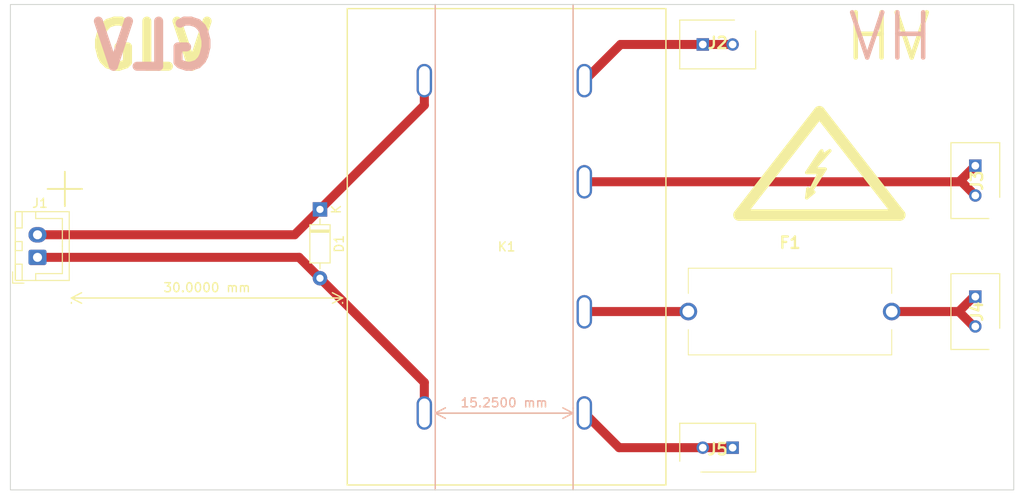
<source format=kicad_pcb>
(kicad_pcb (version 20221018) (generator pcbnew)
  (layers (0 "F.Cu" signal) (31 "B.Cu" signal) (34 "B.Paste" user) (35 "F.Paste" user) (36 "B.SilkS" user "B.Silkscreen") (37 "F.SilkS" user "F.Silkscreen") (38 "B.Mask" user) (39 "F.Mask" user) (44 "Edge.Cuts" user))
  (net 0 "")
  (net 1 "Net-(D1-K)")
  (net 2 "Net-(D1-A)")
  (net 3 "Net-(F1-+)")
  (net 4 "Net-(F1--)")
  (net 5 "Net-(J2-Pin_1)")
  (net 6 "Net-(J3-Pin_1)")
  (net 7 "Net-(J5-Pin_1)")
  (footprint "SamacSys_Parts:DF33C2P33DSA24" (layer "F.Cu") (at 156.5 102.85 -90)
    (fp_text reference "J4" (at 1.65 -0.175 90) (layer "F.SilkS") (effects (font (size 1.27 1.27) (thickness 0.254))))
    (fp_text value "DCDC+" hide)
    (fp_line (start -2.55 -2.7) (end -2.55 -2.7) (stroke (width 0.1)) (layer "F.SilkS"))
    (fp_line (start -2.55 -2.7) (end -2.55 -2.7) (stroke (width 0.1)) (layer "F.SilkS"))
    (fp_line (start -2.55 -2.7) (end -2.55 2.7) (stroke (width 0.1)) (layer "F.SilkS"))
    (fp_line (start -2.55 -2.7) (end 3.5 -2.7) (stroke (width 0.1)) (layer "F.SilkS"))
    (fp_line (start -2.55 2.7) (end -2.55 -2.7) (stroke (width 0.1)) (layer "F.SilkS"))
    (fp_line (start -2.55 2.7) (end -2.55 2.7) (stroke (width 0.1)) (layer "F.SilkS"))
    (fp_line (start -2.55 2.7) (end -2.55 2.7) (stroke (width 0.1)) (layer "F.SilkS"))
    (fp_line (start -2.55 2.7) (end 5.85 2.7) (stroke (width 0.1)) (layer "F.SilkS"))
    (fp_line (start 3.5 -2.7) (end -2.55 -2.7) (stroke (width 0.1)) (layer "F.SilkS"))
    (fp_line (start 3.5 -2.7) (end 3.5 -2.7) (stroke (width 0.1)) (layer "F.SilkS"))
    (fp_line (start 5.85 -1.5) (end 5.85 -1.5) (stroke (width 0.1)) (layer "F.SilkS"))
    (fp_line (start 5.85 -1.5) (end 5.85 2.7) (stroke (width 0.1)) (layer "F.SilkS"))
    (fp_line (start 5.85 2.7) (end -2.55 2.7) (stroke (width 0.1)) (layer "F.SilkS"))
    (fp_line (start 5.85 2.7) (end 5.85 -1.5) (stroke (width 0.1)) (layer "F.SilkS"))
    (fp_line (start 5.85 2.7) (end 5.85 2.7) (stroke (width 0.1)) (layer "F.SilkS"))
    (fp_line (start 5.85 2.7) (end 5.85 2.7) (stroke (width 0.1)) (layer "F.SilkS"))
    (pad "" np_thru_hole circle (at 4.85 -2.35 270) (size 1.4 1.4) (drill 1.4) (layers "*.Cu" "*.Mask"))
    (pad "1" thru_hole rect (at 0 0 270) (size 1.381 1.381) (drill 0.85) (layers "*.Cu" "*.Mask") (net 4 "Net-(F1--)"))
    (pad "2" thru_hole circle (at 3.3 0 270) (size 1.381 1.381) (drill 0.85) (layers "*.Cu" "*.Mask") (net 4 "Net-(F1--)"))
  )
  (footprint "SamacSys_Parts:DF33C2P33DSA24" (layer "F.Cu") (at 129.65 119.575 180)
    (fp_text reference "J5" (at 1.65 -0.175) (layer "F.SilkS") (effects (font (size 1.27 1.27) (thickness 0.254))))
    (fp_text value "HV+" hide)
    (fp_line (start -2.55 -2.7) (end -2.55 -2.7) (stroke (width 0.1)) (layer "F.SilkS"))
    (fp_line (start -2.55 -2.7) (end -2.55 -2.7) (stroke (width 0.1)) (layer "F.SilkS"))
    (fp_line (start -2.55 -2.7) (end -2.55 2.7) (stroke (width 0.1)) (layer "F.SilkS"))
    (fp_line (start -2.55 -2.7) (end 3.5 -2.7) (stroke (width 0.1)) (layer "F.SilkS"))
    (fp_line (start -2.55 2.7) (end -2.55 -2.7) (stroke (width 0.1)) (layer "F.SilkS"))
    (fp_line (start -2.55 2.7) (end -2.55 2.7) (stroke (width 0.1)) (layer "F.SilkS"))
    (fp_line (start -2.55 2.7) (end -2.55 2.7) (stroke (width 0.1)) (layer "F.SilkS"))
    (fp_line (start -2.55 2.7) (end 5.85 2.7) (stroke (width 0.1)) (layer "F.SilkS"))
    (fp_line (start 3.5 -2.7) (end -2.55 -2.7) (stroke (width 0.1)) (layer "F.SilkS"))
    (fp_line (start 3.5 -2.7) (end 3.5 -2.7) (stroke (width 0.1)) (layer "F.SilkS"))
    (fp_line (start 5.85 -1.5) (end 5.85 -1.5) (stroke (width 0.1)) (layer "F.SilkS"))
    (fp_line (start 5.85 -1.5) (end 5.85 2.7) (stroke (width 0.1)) (layer "F.SilkS"))
    (fp_line (start 5.85 2.7) (end -2.55 2.7) (stroke (width 0.1)) (layer "F.SilkS"))
    (fp_line (start 5.85 2.7) (end 5.85 -1.5) (stroke (width 0.1)) (layer "F.SilkS"))
    (fp_line (start 5.85 2.7) (end 5.85 2.7) (stroke (width 0.1)) (layer "F.SilkS"))
    (fp_line (start 5.85 2.7) (end 5.85 2.7) (stroke (width 0.1)) (layer "F.SilkS"))
    (pad "" np_thru_hole circle (at 4.85 -2.35 180) (size 1.4 1.4) (drill 1.4) (layers "*.Cu" "*.Mask"))
    (pad "1" thru_hole rect (at 0 0 180) (size 1.381 1.381) (drill 0.85) (layers "*.Cu" "*.Mask") (net 7 "Net-(J5-Pin_1)"))
    (pad "2" thru_hole circle (at 3.3 0 180) (size 1.381 1.381) (drill 0.85) (layers "*.Cu" "*.Mask") (net 7 "Net-(J5-Pin_1)"))
  )
  (footprint "Personal:Symbol_Highvoltage_Type2_CopperTop_Small" (layer "F.Cu") (at 139.25 90)
    (fp_text reference "REF**" hide)
    (fp_text value "Symbol_Highvoltage_Type2_CopperTop_Small")
    (fp_line (start -8.89 3.81) (end 0 -7.62) (stroke (width 1.27)) (layer "F.SilkS"))
    (fp_line (start -1.397 -0.889) (end 0 -0.889) (stroke (width 0.381)) (layer "F.SilkS"))
    (fp_line (start -1.397 1.905) (end -0.635 1.27) (stroke (width 0.381)) (layer "F.SilkS"))
    (fp_line (start -1.27 0.889) (end -1.397 1.905) (stroke (width 0.381)) (layer "F.SilkS"))
    (fp_line (start -1.143 1.397) (end -1.27 0.889) (stroke (width 0.381)) (layer "F.SilkS"))
    (fp_line (start -1.143 1.524) (end 0.635 -1.27) (stroke (width 0.381)) (layer "F.SilkS"))
    (fp_line (start -1.016 -1.016) (end 0.254 -1.016) (stroke (width 0.381)) (layer "F.SilkS"))
    (fp_line (start -0.635 -1.27) (end 1.143 -3.302) (stroke (width 0.381)) (layer "F.SilkS"))
    (fp_line (start -0.635 1.27) (end -1.143 1.524) (stroke (width 0.381)) (layer "F.SilkS"))
    (fp_line (start 0 -7.62) (end 8.89 3.81) (stroke (width 1.27)) (layer "F.SilkS"))
    (fp_line (start 0 -0.889) (end -1.143 1.397) (stroke (width 0.381)) (layer "F.SilkS"))
    (fp_line (start 0.127 -3.175) (end -1.397 -0.889) (stroke (width 0.381)) (layer "F.SilkS"))
    (fp_line (start 0.381 -2.921) (end -1.016 -1.016) (stroke (width 0.381)) (layer "F.SilkS"))
    (fp_line (start 0.381 -2.794) (end 0.254 -3.302) (stroke (width 0.381)) (layer "F.SilkS"))
    (fp_line (start 0.635 -1.27) (end -0.635 -1.27) (stroke (width 0.381)) (layer "F.SilkS"))
    (fp_line (start 1.143 -3.302) (end 0.381 -2.794) (stroke (width 0.381)) (layer "F.SilkS"))
    (fp_line (start 8.89 3.81) (end -8.89 3.81) (stroke (width 1.27)) (layer "F.SilkS"))
  )
  (footprint "SamacSys_Parts:65600001009" (layer "F.Cu") (at 136 104.5)
    (fp_text reference "F1" (at 0 -7.62) (layer "F.SilkS") (effects (font (size 1.27 1.27) (thickness 0.254))))
    (fp_text value "F" hide)
    (fp_line (start -11.25 -4.8) (end 11.25 -4.8) (stroke (width 0.1)) (layer "F.SilkS"))
    (fp_line (start -11.25 -2) (end -11.25 -4.8) (stroke (width 0.1)) (layer "F.SilkS"))
    (fp_line (start -11.25 2) (end -11.25 4.8) (stroke (width 0.1)) (layer "F.SilkS"))
    (fp_line (start -11.25 4.8) (end 11.25 4.8) (stroke (width 0.1)) (layer "F.SilkS"))
    (fp_line (start 11.25 -4.8) (end 11.25 -2) (stroke (width 0.1)) (layer "F.SilkS"))
    (fp_line (start 11.25 4.8) (end 11.25 2) (stroke (width 0.1)) (layer "F.SilkS"))
    (pad "" np_thru_hole circle (at 0 0) (size 2.7 2.7) (drill 2.7) (layers "F&B.Cu" "*.Mask"))
    (pad "1" thru_hole circle (at -11.25 0) (size 1.95 1.95) (drill 1.3) (layers "*.Cu" "*.Mask") (net 3 "Net-(F1-+)"))
    (pad "2" thru_hole circle (at 11.25 0) (size 1.95 1.95) (drill 1.3) (layers "*.Cu" "*.Mask") (net 4 "Net-(F1--)"))
  )
  (footprint "MountingHole:MountingHole_4.3mm_M4_DIN965" (layer "F.Cu") (at 156.75 74.5)
    (fp_text reference "H3" hide)
    (fp_text value "MountingHole")
    (pad "" np_thru_hole circle (at 0 0) (size 4.3 4.3) (drill 4.3) (layers "*.Cu" "*.Mask"))
  )
  (footprint "MountingHole:MountingHole_4.3mm_M4_DIN965" (layer "F.Cu") (at 156.75 120)
    (fp_text reference "H4" hide)
    (fp_text value "MountingHole")
    (pad "" np_thru_hole circle (at 0 0) (size 4.3 4.3) (drill 4.3) (layers "*.Cu" "*.Mask"))
  )
  (footprint "Connector_JST:JST_XH_B2B-XH-A_1x02_P2.50mm_Vertical" (layer "F.Cu") (at 52.75 98.5 90)
    (fp_text reference "J1" (at 6 0.275 180) (layer "F.SilkS"))
    (fp_text value "DCDC_CTRL")
    (fp_line (start -2.85 -2.75) (end -2.85 -1.5) (stroke (width 0.12)) (layer "F.SilkS"))
    (fp_line (start -2.56 -2.46) (end -2.56 3.51) (stroke (width 0.12)) (layer "F.SilkS"))
    (fp_line (start -2.56 3.51) (end 5.06 3.51) (stroke (width 0.12)) (layer "F.SilkS"))
    (fp_line (start -2.55 -2.45) (end -2.55 -1.7) (stroke (width 0.12)) (layer "F.SilkS"))
    (fp_line (start -2.55 -1.7) (end -0.75 -1.7) (stroke (width 0.12)) (layer "F.SilkS"))
    (fp_line (start -2.55 -0.2) (end -1.8 -0.2) (stroke (width 0.12)) (layer "F.SilkS"))
    (fp_line (start -1.8 -0.2) (end -1.8 2.75) (stroke (width 0.12)) (layer "F.SilkS"))
    (fp_line (start -1.8 2.75) (end 1.25 2.75) (stroke (width 0.12)) (layer "F.SilkS"))
    (fp_line (start -1.6 -2.75) (end -2.85 -2.75) (stroke (width 0.12)) (layer "F.SilkS"))
    (fp_line (start -0.75 -2.45) (end -2.55 -2.45) (stroke (width 0.12)) (layer "F.SilkS"))
    (fp_line (start -0.75 -1.7) (end -0.75 -2.45) (stroke (width 0.12)) (layer "F.SilkS"))
    (fp_line (start 0.75 -2.45) (end 0.75 -1.7) (stroke (width 0.12)) (layer "F.SilkS"))
    (fp_line (start 0.75 -1.7) (end 1.75 -1.7) (stroke (width 0.12)) (layer "F.SilkS"))
    (fp_line (start 1.75 -2.45) (end 0.75 -2.45) (stroke (width 0.12)) (layer "F.SilkS"))
    (fp_line (start 1.75 -1.7) (end 1.75 -2.45) (stroke (width 0.12)) (layer "F.SilkS"))
    (fp_line (start 3.25 -2.45) (end 3.25 -1.7) (stroke (width 0.12)) (layer "F.SilkS"))
    (fp_line (start 3.25 -1.7) (end 5.05 -1.7) (stroke (width 0.12)) (layer "F.SilkS"))
    (fp_line (start 4.3 -0.2) (end 4.3 2.75) (stroke (width 0.12)) (layer "F.SilkS"))
    (fp_line (start 4.3 2.75) (end 1.25 2.75) (stroke (width 0.12)) (layer "F.SilkS"))
    (fp_line (start 5.05 -2.45) (end 3.25 -2.45) (stroke (width 0.12)) (layer "F.SilkS"))
    (fp_line (start 5.05 -1.7) (end 5.05 -2.45) (stroke (width 0.12)) (layer "F.SilkS"))
    (fp_line (start 5.05 -0.2) (end 4.3 -0.2) (stroke (width 0.12)) (layer "F.SilkS"))
    (fp_line (start 5.06 -2.46) (end -2.56 -2.46) (stroke (width 0.12)) (layer "F.SilkS"))
    (fp_line (start 5.06 3.51) (end 5.06 -2.46) (stroke (width 0.12)) (layer "F.SilkS"))
    (pad "1" thru_hole roundrect (at 0 0 90) (size 1.7 2) (drill 1) (layers "*.Cu" "*.Mask") (roundrect_rratio 0.147059) (net 2 "Net-(D1-A)"))
    (pad "2" thru_hole oval (at 2.5 0 90) (size 1.7 2) (drill 1) (layers "*.Cu" "*.Mask") (net 1 "Net-(D1-K)"))
  )
  (footprint "SamacSys_Parts:DF33C2P33DSA24" (layer "F.Cu") (at 156.5 88.35 -90)
    (fp_text reference "J3" (at 1.65 -0.175 90) (layer "F.SilkS") (effects (font (size 1.27 1.27) (thickness 0.254))))
    (fp_text value "DCDC-" hide)
    (fp_line (start -2.55 -2.7) (end -2.55 -2.7) (stroke (width 0.1)) (layer "F.SilkS"))
    (fp_line (start -2.55 -2.7) (end -2.55 -2.7) (stroke (width 0.1)) (layer "F.SilkS"))
    (fp_line (start -2.55 -2.7) (end -2.55 2.7) (stroke (width 0.1)) (layer "F.SilkS"))
    (fp_line (start -2.55 -2.7) (end 3.5 -2.7) (stroke (width 0.1)) (layer "F.SilkS"))
    (fp_line (start -2.55 2.7) (end -2.55 -2.7) (stroke (width 0.1)) (layer "F.SilkS"))
    (fp_line (start -2.55 2.7) (end -2.55 2.7) (stroke (width 0.1)) (layer "F.SilkS"))
    (fp_line (start -2.55 2.7) (end -2.55 2.7) (stroke (width 0.1)) (layer "F.SilkS"))
    (fp_line (start -2.55 2.7) (end 5.85 2.7) (stroke (width 0.1)) (layer "F.SilkS"))
    (fp_line (start 3.5 -2.7) (end -2.55 -2.7) (stroke (width 0.1)) (layer "F.SilkS"))
    (fp_line (start 3.5 -2.7) (end 3.5 -2.7) (stroke (width 0.1)) (layer "F.SilkS"))
    (fp_line (start 5.85 -1.5) (end 5.85 -1.5) (stroke (width 0.1)) (layer "F.SilkS"))
    (fp_line (start 5.85 -1.5) (end 5.85 2.7) (stroke (width 0.1)) (layer "F.SilkS"))
    (fp_line (start 5.85 2.7) (end -2.55 2.7) (stroke (width 0.1)) (layer "F.SilkS"))
    (fp_line (start 5.85 2.7) (end 5.85 -1.5) (stroke (width 0.1)) (layer "F.SilkS"))
    (fp_line (start 5.85 2.7) (end 5.85 2.7) (stroke (width 0.1)) (layer "F.SilkS"))
    (fp_line (start 5.85 2.7) (end 5.85 2.7) (stroke (width 0.1)) (layer "F.SilkS"))
    (pad "" np_thru_hole circle (at 4.85 -2.35 270) (size 1.4 1.4) (drill 1.4) (layers "*.Cu" "*.Mask"))
    (pad "1" thru_hole rect (at 0 0 270) (size 1.381 1.381) (drill 0.85) (layers "*.Cu" "*.Mask") (net 6 "Net-(J3-Pin_1)"))
    (pad "2" thru_hole circle (at 3.3 0 270) (size 1.381 1.381) (drill 0.85) (layers "*.Cu" "*.Mask") (net 6 "Net-(J3-Pin_1)"))
  )
  (footprint "MountingHole:MountingHole_4.3mm_M4_DIN965" (layer "F.Cu") (at 53.75 120.25)
    (fp_text reference "H2" hide)
    (fp_text value "MountingHole")
    (pad "" np_thru_hole circle (at 0 0) (size 4.3 4.3) (drill 4.3) (layers "*.Cu" "*.Mask"))
  )
  (footprint "MountingHole:MountingHole_4.3mm_M4_DIN965" (layer "F.Cu") (at 53.75 74.5)
    (fp_text reference "H1" hide)
    (fp_text value "MountingHole")
    (pad "" np_thru_hole circle (at 0 0) (size 4.3 4.3) (drill 4.3) (layers "*.Cu" "*.Mask"))
  )
  (footprint "Diode_THT:D_DO-35_SOD27_P7.62mm_Horizontal" (layer "F.Cu") (at 84 93.19 -90)
    (fp_text reference "D1" (at 3.81 -2.12 90) (layer "F.SilkS"))
    (fp_text value "1N4148")
    (fp_text user "K" (at 0 -1.8 90) (layer "F.SilkS"))
    (fp_line (start 1.04 0) (end 1.69 0) (stroke (width 0.12)) (layer "F.SilkS"))
    (fp_line (start 1.69 -1.12) (end 1.69 1.12) (stroke (width 0.12)) (layer "F.SilkS"))
    (fp_line (start 1.69 1.12) (end 5.93 1.12) (stroke (width 0.12)) (layer "F.SilkS"))
    (fp_line (start 2.29 -1.12) (end 2.29 1.12) (stroke (width 0.12)) (layer "F.SilkS"))
    (fp_line (start 2.41 -1.12) (end 2.41 1.12) (stroke (width 0.12)) (layer "F.SilkS"))
    (fp_line (start 2.53 -1.12) (end 2.53 1.12) (stroke (width 0.12)) (layer "F.SilkS"))
    (fp_line (start 5.93 -1.12) (end 1.69 -1.12) (stroke (width 0.12)) (layer "F.SilkS"))
    (fp_line (start 5.93 1.12) (end 5.93 -1.12) (stroke (width 0.12)) (layer "F.SilkS"))
    (fp_line (start 6.58 0) (end 5.93 0) (stroke (width 0.12)) (layer "F.SilkS"))
    (pad "1" thru_hole rect (at 0 0 270) (size 1.6 1.6) (drill 0.8) (layers "*.Cu" "*.Mask") (net 1 "Net-(D1-K)"))
    (pad "2" thru_hole oval (at 7.62 0 270) (size 1.6 1.6) (drill 0.8) (layers "*.Cu" "*.Mask") (net 2 "Net-(D1-A)"))
  )
  (footprint "Personal:RELAY_G7L-2A-X_OMR" (layer "F.Cu") (at 95.545203 78.930187)
    (fp_text reference "K1" (at 9.1 18.399999 unlocked) (layer "F.SilkS"))
    (fp_text value "G7L-2A-X DC24")
    (fp_line (start -8.527003 -7.976987) (end -8.527003 44.776984) (stroke (width 0.1524)) (layer "F.SilkS"))
    (fp_line (start -8.527003 44.776984) (end 26.727003 44.776984) (stroke (width 0.1524)) (layer "F.SilkS"))
    (fp_line (start 26.727003 -7.976987) (end -8.527003 -7.976987) (stroke (width 0.1524)) (layer "F.SilkS"))
    (fp_line (start 26.727003 44.776984) (end 26.727003 -7.976987) (stroke (width 0.1524)) (layer "F.SilkS"))
    (pad "0" thru_hole oval (at 0 0 90) (size 3.707892 1.707896) (drill oval 3.2 1.2) (layers "*.Cu" "*.Mask") (net 1 "Net-(D1-K)"))
    (pad "1" thru_hole oval (at 0 36.799996 90) (size 3.707892 1.707896) (drill oval 3.2 1.2) (layers "*.Cu" "*.Mask") (net 2 "Net-(D1-A)"))
    (pad "2" thru_hole oval (at 17.7 0 90) (size 3.707892 1.707896) (drill oval 3.2 1.2) (layers "*.Cu" "*.Mask") (net 5 "Net-(J2-Pin_1)"))
    (pad "4" thru_hole oval (at 17.7 11.2 90) (size 3.707892 1.707896) (drill oval 3.2 1.2) (layers "*.Cu" "*.Mask") (net 6 "Net-(J3-Pin_1)"))
    (pad "6" thru_hole oval (at 17.7 25.6 90) (size 3.707892 1.707896) (drill oval 3.2 1.2) (layers "*.Cu" "*.Mask") (net 3 "Net-(F1-+)"))
    (pad "8" thru_hole oval (at 17.7 36.799999 90) (size 3.707892 1.707896) (drill oval 3.2 1.2) (layers "*.Cu" "*.Mask") (net 7 "Net-(J5-Pin_1)"))
  )
  (footprint "SamacSys_Parts:DF33C2P33DSA24" (layer "F.Cu") (at 126.35 74.925)
    (fp_text reference "J2" (at 1.65 -0.175) (layer "F.SilkS") (effects (font (size 1.27 1.27) (thickness 0.254))))
    (fp_text value "HV-" hide)
    (fp_line (start -2.55 -2.7) (end -2.55 -2.7) (stroke (width 0.1)) (layer "F.SilkS"))
    (fp_line (start -2.55 -2.7) (end -2.55 -2.7) (stroke (width 0.1)) (layer "F.SilkS"))
    (fp_line (start -2.55 -2.7) (end -2.55 2.7) (stroke (width 0.1)) (layer "F.SilkS"))
    (fp_line (start -2.55 -2.7) (end 3.5 -2.7) (stroke (width 0.1)) (layer "F.SilkS"))
    (fp_line (start -2.55 2.7) (end -2.55 -2.7) (stroke (width 0.1)) (layer "F.SilkS"))
    (fp_line (start -2.55 2.7) (end -2.55 2.7) (stroke (width 0.1)) (layer "F.SilkS"))
    (fp_line (start -2.55 2.7) (end -2.55 2.7) (stroke (width 0.1)) (layer "F.SilkS"))
    (fp_line (start -2.55 2.7) (end 5.85 2.7) (stroke (width 0.1)) (layer "F.SilkS"))
    (fp_line (start 3.5 -2.7) (end -2.55 -2.7) (stroke (width 0.1)) (layer "F.SilkS"))
    (fp_line (start 3.5 -2.7) (end 3.5 -2.7) (stroke (width 0.1)) (layer "F.SilkS"))
    (fp_line (start 5.85 -1.5) (end 5.85 -1.5) (stroke (width 0.1)) (layer "F.SilkS"))
    (fp_line (start 5.85 -1.5) (end 5.85 2.7) (stroke (width 0.1)) (layer "F.SilkS"))
    (fp_line (start 5.85 2.7) (end -2.55 2.7) (stroke (width 0.1)) (layer "F.SilkS"))
    (fp_line (start 5.85 2.7) (end 5.85 -1.5) (stroke (width 0.1)) (layer "F.SilkS"))
    (fp_line (start 5.85 2.7) (end 5.85 2.7) (stroke (width 0.1)) (layer "F.SilkS"))
    (fp_line (start 5.85 2.7) (end 5.85 2.7) (stroke (width 0.1)) (layer "F.SilkS"))
    (pad "" np_thru_hole circle (at 4.85 -2.35) (size 1.4 1.4) (drill 1.4) (layers "*.Cu" "*.Mask"))
    (pad "1" thru_hole rect (at 0 0) (size 1.381 1.381) (drill 0.85) (layers "*.Cu" "*.Mask") (net 5 "Net-(J2-Pin_1)"))
    (pad "2" thru_hole circle (at 3.3 0) (size 1.381 1.381) (drill 0.85) (layers "*.Cu" "*.Mask") (net 5 "Net-(J2-Pin_1)"))
  )
  (gr_line (start 112 124.25) (end 112 70.5) (stroke (width 0.15)) (layer "B.SilkS"))
  (gr_line (start 96.75 124.25) (end 96.75 70.5) (stroke (width 0.15)) (layer "B.SilkS"))
  (gr_line (start 112 70.5) (end 112 124.25) (stroke (width 0.15)) (layer "F.SilkS"))
  (gr_line (start 96.75 124.25) (end 96.75 70.5) (stroke (width 0.15)) (layer "F.SilkS"))
  (gr_rect (start 49.75 70.5) (end 160.75 124.25) (stroke (width 0.1)) (fill none) (layer "Edge.Cuts"))
  (gr_text "GLV" (at 73 78) (layer "B.SilkS") (effects (font (size 5 5) (thickness 1) bold) (justify left bottom mirror)))
  (gr_text "HV" (at 152.25 77) (layer "B.SilkS") (effects (font (size 5 5) (thickness 0.5)) (justify left bottom mirror)))
  (gr_text "HV" (at 141.75 77) (layer "F.SilkS") (effects (font (size 5 5) (thickness 0.5)) (justify left bottom)))
  (gr_text "GLV" (at 58 78) (layer "F.SilkS") (effects (font (size 5 5) (thickness 1) bold) (justify left bottom)))
  (gr_text "+" (at 52.55 93.45) (layer "F.SilkS") (effects (font (size 5 5) (thickness 0.2)) (justify left bottom)))
  (dimension (type aligned) (layer "B.SilkS") (pts (xy 96.75 115.75) (xy 112 115.75)) (height 0) (gr_text "15.2500 mm" (at 104.375 114.6) (layer "B.SilkS") (effects (font (size 1 1) (thickness 0.15)))) (format (prefix "") (suffix "") (units 3) (units_format 1) (precision 4)) (style (thickness 0.15) (arrow_length 1.27) (text_position_mode 0) (extension_height 0.58642) (extension_offset 0.5) keep_text_aligned))
  (dimension (type aligned) (layer "F.SilkS") (pts (xy 86.5 103) (xy 56.5 103)) (height 0) (gr_text "30.0000 mm" (at 71.5 101.85) (layer "F.SilkS") (effects (font (size 1 1) (thickness 0.15)))) (format (prefix "") (suffix "") (units 3) (units_format 1) (precision 4)) (style (thickness 0.15) (arrow_length 1.27) (text_position_mode 0) (extension_height 0.58642) (extension_offset 0.5) keep_text_aligned))
  (dimension (type aligned) (layer "F.SilkS") (pts (xy 96.75 115.75) (xy 112 115.75)) (height 0) (gr_text "15.2500 mm" (at 104.375 114.6) (layer "F.SilkS") (effects (font (size 1 1) (thickness 0.15)))) (format (prefix "") (suffix "") (units 3) (units_format 1) (precision 4)) (style (thickness 0.15) (arrow_length 1.27) (text_position_mode 0) (extension_height 0.58642) (extension_offset 0.5) keep_text_aligned))
  (segment (start 81.19 96) (end 52.75 96) (width 1) (layer "F.Cu") (net 1))
  (segment (start 95.545203 81.644797) (end 84 93.19) (width 1) (layer "F.Cu") (net 1))
  (segment (start 84 93.19) (end 81.19 96) (width 1) (layer "F.Cu") (net 1))
  (segment (start 95.545203 78.930187) (end 95.545203 81.644797) (width 1) (layer "F.Cu") (net 1))
  (segment (start 81.69 98.5) (end 52.75 98.5) (width 1) (layer "F.Cu") (net 2))
  (segment (start 95.545203 115.730183) (end 95.545203 112.355203) (width 1) (layer "F.Cu") (net 2))
  (segment (start 95.545203 112.355203) (end 84 100.81) (width 1) (layer "F.Cu") (net 2))
  (segment (start 84 100.81) (end 81.69 98.5) (width 1) (layer "F.Cu") (net 2))
  (segment (start 113.27539 104.5) (end 113.245203 104.530187) (width 1) (layer "F.Cu") (net 3))
  (segment (start 124.75 104.5) (end 113.27539 104.5) (width 1) (layer "F.Cu") (net 3))
  (segment (start 147.25 104.5) (end 154.675 104.5) (width 1) (layer "F.Cu") (net 4))
  (segment (start 156.325 102.85) (end 156.5 102.85) (width 1) (layer "F.Cu") (net 4))
  (segment (start 154.675 104.5) (end 156.325 102.85) (width 1) (layer "F.Cu") (net 4))
  (segment (start 154.675 104.5) (end 156.325 106.15) (width 1) (layer "F.Cu") (net 4))
  (segment (start 156.325 106.15) (end 156.5 106.15) (width 1) (layer "F.Cu") (net 4))
  (segment (start 117.25039 74.925) (end 113.245203 78.930187) (width 1) (layer "F.Cu") (net 5))
  (segment (start 126.35 74.925) (end 117.25039 74.925) (width 1) (layer "F.Cu") (net 5))
  (segment (start 129.65 74.925) (end 126.35 74.925) (width 1) (layer "F.Cu") (net 5))
  (segment (start 113.245203 90.130187) (end 153.75 90.130187) (width 1) (layer "F.Cu") (net 6))
  (segment (start 153.75 90.130187) (end 154.980187 90.130187) (width 1) (layer "F.Cu") (net 6))
  (segment (start 154.980187 90.130187) (end 156.5 91.65) (width 1) (layer "F.Cu") (net 6))
  (segment (start 154.719813 90.130187) (end 156.5 88.35) (width 1) (layer "F.Cu") (net 6))
  (segment (start 153.75 90.130187) (end 154.719813 90.130187) (width 1) (layer "F.Cu") (net 6))
  (segment (start 117.090017 119.575) (end 113.245203 115.730186) (width 1) (layer "F.Cu") (net 7))
  (segment (start 129.65 119.575) (end 126.35 119.575) (width 1) (layer "F.Cu") (net 7))
  (segment (start 126.35 119.575) (end 117.090017 119.575) (width 1) (layer "F.Cu") (net 7))
)
</source>
